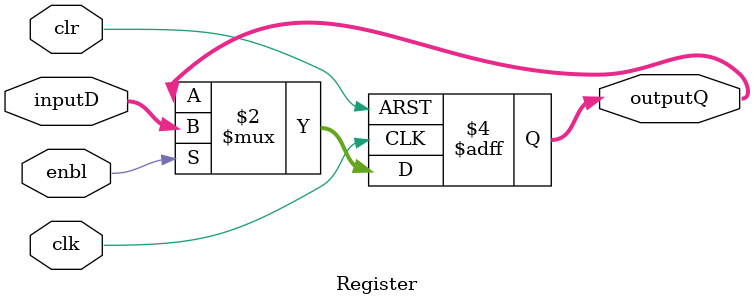
<source format=v>

module Register (clr,clk,inputD,enbl,outputQ); //declaring inputs and outputs for register
	
	input		enbl;
	input		clr;
	input		clk;
	input	[31:0]inputD;
	output reg [31:0]outputQ;
	
	always @(posedge clk or posedge clr)
	begin
	
		if(clr)
			outputQ<=0;
			
		else if (enbl)
			outputQ<=inputD;

	end
		
endmodule
</source>
